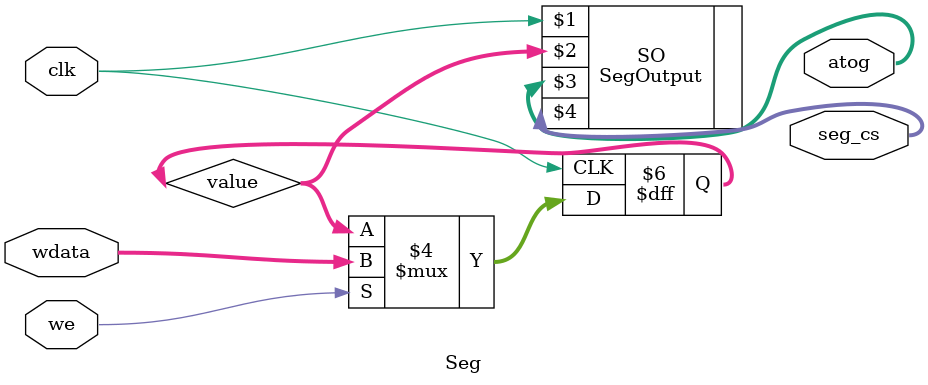
<source format=v>
module Seg(
	input clk,
	input [31:0]wdata,
	input we,
	output [7:0]atog,
	output [7:0]seg_cs
);
 	reg [31:0]value = 32'b0;
 	always @(negedge clk) begin
 		if(we) begin
 			value <= wdata;
 		end else begin
 			value <= value;
 		end
 	end

 	SegOutput SO(clk, value, atog, seg_cs);
endmodule
</source>
